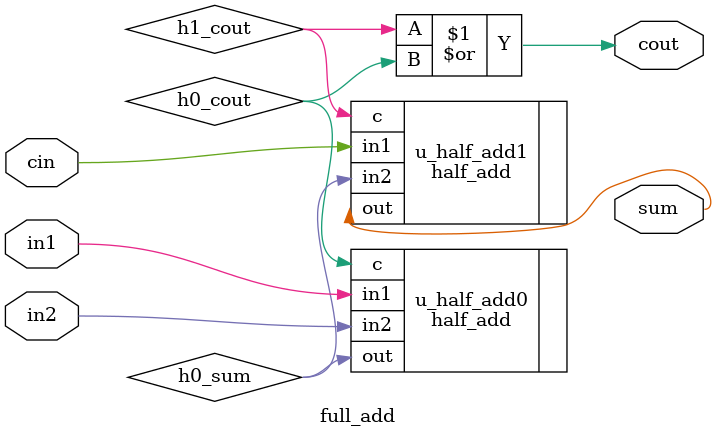
<source format=v>
module full_add(
	input		wire		in1,
	input		wire		in2,
	input		wire		cin,
	
	output	wire		cout,
	output	wire		sum
);

wire	h0_sum;
wire	h0_cout;
wire	h1_cout;

half_add u_half_add0(
	.in1(in1),
	.in2(in2),
	.out(h0_sum),
	.c(h0_cout)
);

half_add u_half_add1(
	.in1(cin),
	.in2(h0_sum),
	.out(sum),
	.c(h1_cout)
);

assign	cout = h1_cout | h0_cout;

endmodule

</source>
